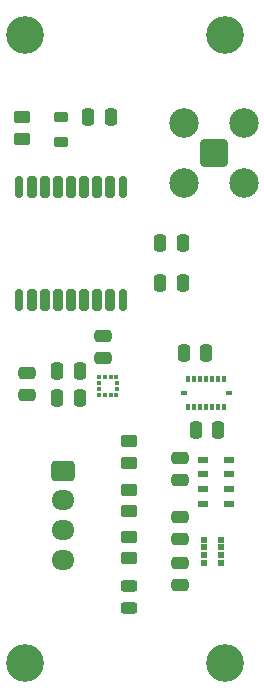
<source format=gbr>
%TF.GenerationSoftware,KiCad,Pcbnew,8.0.3*%
%TF.CreationDate,2024-09-04T20:20:35-04:00*%
%TF.ProjectId,SensorBoardNoMCU,53656e73-6f72-4426-9f61-72644e6f4d43,rev?*%
%TF.SameCoordinates,Original*%
%TF.FileFunction,Soldermask,Top*%
%TF.FilePolarity,Negative*%
%FSLAX46Y46*%
G04 Gerber Fmt 4.6, Leading zero omitted, Abs format (unit mm)*
G04 Created by KiCad (PCBNEW 8.0.3) date 2024-09-04 20:20:35*
%MOMM*%
%LPD*%
G01*
G04 APERTURE LIST*
G04 Aperture macros list*
%AMRoundRect*
0 Rectangle with rounded corners*
0 $1 Rounding radius*
0 $2 $3 $4 $5 $6 $7 $8 $9 X,Y pos of 4 corners*
0 Add a 4 corners polygon primitive as box body*
4,1,4,$2,$3,$4,$5,$6,$7,$8,$9,$2,$3,0*
0 Add four circle primitives for the rounded corners*
1,1,$1+$1,$2,$3*
1,1,$1+$1,$4,$5*
1,1,$1+$1,$6,$7*
1,1,$1+$1,$8,$9*
0 Add four rect primitives between the rounded corners*
20,1,$1+$1,$2,$3,$4,$5,0*
20,1,$1+$1,$4,$5,$6,$7,0*
20,1,$1+$1,$6,$7,$8,$9,0*
20,1,$1+$1,$8,$9,$2,$3,0*%
G04 Aperture macros list end*
%ADD10RoundRect,0.250000X-0.250000X-0.475000X0.250000X-0.475000X0.250000X0.475000X-0.250000X0.475000X0*%
%ADD11RoundRect,0.243750X0.456250X-0.243750X0.456250X0.243750X-0.456250X0.243750X-0.456250X-0.243750X0*%
%ADD12R,0.350000X0.590000*%
%ADD13R,0.590000X0.350000*%
%ADD14RoundRect,0.250000X-0.475000X0.250000X-0.475000X-0.250000X0.475000X-0.250000X0.475000X0.250000X0*%
%ADD15C,3.200000*%
%ADD16RoundRect,0.250000X0.475000X-0.250000X0.475000X0.250000X-0.475000X0.250000X-0.475000X-0.250000X0*%
%ADD17RoundRect,0.218750X-0.381250X0.218750X-0.381250X-0.218750X0.381250X-0.218750X0.381250X0.218750X0*%
%ADD18RoundRect,0.250000X0.450000X-0.262500X0.450000X0.262500X-0.450000X0.262500X-0.450000X-0.262500X0*%
%ADD19RoundRect,0.250000X0.250000X0.475000X-0.250000X0.475000X-0.250000X-0.475000X0.250000X-0.475000X0*%
%ADD20R,0.950000X0.550000*%
%ADD21RoundRect,0.250000X-0.725000X0.600000X-0.725000X-0.600000X0.725000X-0.600000X0.725000X0.600000X0*%
%ADD22O,1.950000X1.700000*%
%ADD23RoundRect,0.200100X-0.949900X0.949900X-0.949900X-0.949900X0.949900X-0.949900X0.949900X0.949900X0*%
%ADD24C,2.500000*%
%ADD25RoundRect,0.175000X0.175000X-0.725000X0.175000X0.725000X-0.175000X0.725000X-0.175000X-0.725000X0*%
%ADD26RoundRect,0.200000X0.200000X-0.700000X0.200000X0.700000X-0.200000X0.700000X-0.200000X-0.700000X0*%
%ADD27RoundRect,0.102000X-0.175000X-0.175000X0.175000X-0.175000X0.175000X0.175000X-0.175000X0.175000X0*%
%ADD28R,0.350000X0.375000*%
%ADD29R,0.375000X0.350000*%
G04 APERTURE END LIST*
D10*
%TO.C,C3*%
X105625000Y-80250000D03*
X107525000Y-80250000D03*
%TD*%
D11*
%TO.C,D1*%
X100000000Y-95337500D03*
X100000000Y-93462500D03*
%TD*%
D12*
%TO.C,U1*%
X105025000Y-75920000D03*
X105525000Y-75920000D03*
X106025000Y-75920000D03*
X106525000Y-75920000D03*
X107025000Y-75920000D03*
X107525000Y-75920000D03*
X108025000Y-75920000D03*
D13*
X108440000Y-77085000D03*
D12*
X108025000Y-78250000D03*
X107525000Y-78250000D03*
X107025000Y-78250000D03*
X106525000Y-78250000D03*
X106025000Y-78250000D03*
X105525000Y-78250000D03*
X105025000Y-78250000D03*
D13*
X104610000Y-77085000D03*
%TD*%
D14*
%TO.C,C10*%
X104275000Y-82600000D03*
X104275000Y-84500000D03*
%TD*%
D15*
%TO.C,H2*%
X91200000Y-46800000D03*
%TD*%
D16*
%TO.C,C9*%
X97800000Y-74150000D03*
X97800000Y-72250000D03*
%TD*%
D17*
%TO.C,L1*%
X94200000Y-53737500D03*
X94200000Y-55862500D03*
%TD*%
D10*
%TO.C,C8*%
X96550000Y-53737500D03*
X98450000Y-53737500D03*
%TD*%
D18*
%TO.C,R2*%
X100000000Y-83000000D03*
X100000000Y-81175000D03*
%TD*%
D15*
%TO.C,H4*%
X108108000Y-100000000D03*
%TD*%
D19*
%TO.C,C6*%
X95800000Y-77525000D03*
X93900000Y-77525000D03*
%TD*%
D18*
%TO.C,R3*%
X100000000Y-87112500D03*
X100000000Y-85287500D03*
%TD*%
D10*
%TO.C,C2*%
X102650000Y-67800000D03*
X104550000Y-67800000D03*
%TD*%
D20*
%TO.C,U4*%
X106275000Y-82750000D03*
X106275000Y-84000000D03*
X106275000Y-85250000D03*
X106275000Y-86500000D03*
X108425000Y-86500000D03*
X108425000Y-85250000D03*
X108425000Y-84000000D03*
X108425000Y-82750000D03*
%TD*%
D14*
%TO.C,C12*%
X104275000Y-87600000D03*
X104275000Y-89500000D03*
%TD*%
D21*
%TO.C,J1*%
X94400000Y-83700000D03*
D22*
X94400000Y-86200000D03*
X94400000Y-88700000D03*
X94400000Y-91200000D03*
%TD*%
D15*
%TO.C,H3*%
X91200000Y-100000000D03*
%TD*%
D19*
%TO.C,C4*%
X106525000Y-73750000D03*
X104625000Y-73750000D03*
%TD*%
D18*
%TO.C,R4*%
X100000000Y-91112500D03*
X100000000Y-89287500D03*
%TD*%
D19*
%TO.C,C5*%
X95800000Y-75275000D03*
X93900000Y-75275000D03*
%TD*%
D23*
%TO.C,J2*%
X107150000Y-56800000D03*
D24*
X109690000Y-54260000D03*
X104610000Y-54260000D03*
X109690000Y-59340000D03*
X104610000Y-59340000D03*
%TD*%
D25*
%TO.C,U3*%
X90700000Y-69200000D03*
D26*
X91800000Y-69200000D03*
X92900000Y-69200000D03*
X94000000Y-69200000D03*
X95100000Y-69200000D03*
X96200000Y-69200000D03*
X97300000Y-69200000D03*
X98400000Y-69200000D03*
D25*
X99500000Y-69200000D03*
X99500000Y-59700000D03*
D26*
X98400000Y-59700000D03*
X97300000Y-59700000D03*
X96200000Y-59700000D03*
X95100000Y-59700000D03*
X94000000Y-59700000D03*
X92900000Y-59700000D03*
X91800000Y-59700000D03*
D25*
X90700000Y-59700000D03*
%TD*%
D14*
%TO.C,C7*%
X91350000Y-75375000D03*
X91350000Y-77275000D03*
%TD*%
D18*
%TO.C,R1*%
X90950000Y-55562500D03*
X90950000Y-53737500D03*
%TD*%
D27*
%TO.C,U5*%
X107775000Y-89525000D03*
X107775000Y-90175000D03*
X107775000Y-90825000D03*
X107775000Y-91475000D03*
X106325000Y-91475000D03*
X106325000Y-90825000D03*
X106325000Y-90175000D03*
X106325000Y-89525000D03*
%TD*%
D15*
%TO.C,H1*%
X108108000Y-46800000D03*
%TD*%
D14*
%TO.C,C11*%
X104275000Y-91500000D03*
X104275000Y-93400000D03*
%TD*%
D28*
%TO.C,U2*%
X98925000Y-75775000D03*
X98425000Y-75775000D03*
X97925000Y-75775000D03*
X97425000Y-75775000D03*
D29*
X97412500Y-76287500D03*
X97412500Y-76787500D03*
D28*
X97425000Y-77300000D03*
X97925000Y-77300000D03*
X98425000Y-77300000D03*
X98925000Y-77300000D03*
D29*
X98937500Y-76787500D03*
X98937500Y-76287500D03*
%TD*%
D10*
%TO.C,C1*%
X102650000Y-64400000D03*
X104550000Y-64400000D03*
%TD*%
M02*

</source>
